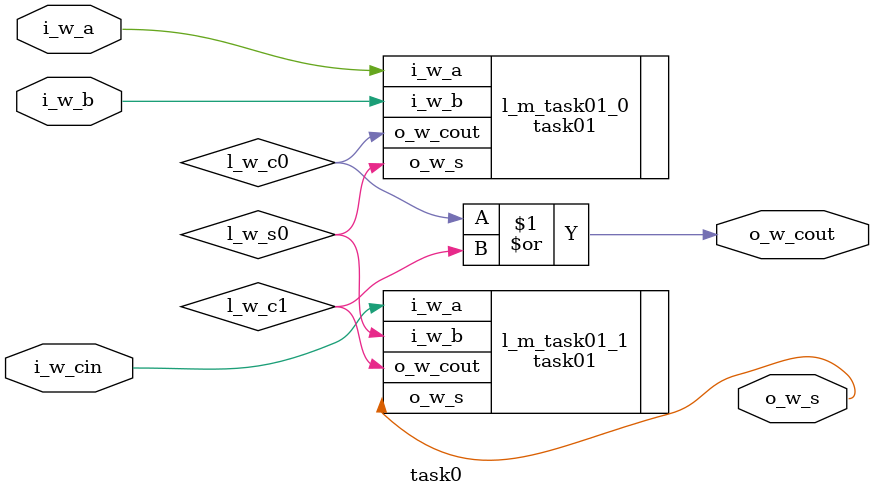
<source format=v>
module task0(
    output wire o_w_s,
    output wire o_w_cout,
    input wire i_w_a,
    input wire i_w_b,
    input wire i_w_cin
);

    //TODO 0.2: Implement full-adder using 2 half-adders
    wire l_w_c0, l_w_c1;
    wire l_w_s0;
    task01 l_m_task01_0( .o_w_s(l_w_s0), .o_w_cout(l_w_c0), .i_w_a(i_w_a), .i_w_b(i_w_b) );
    task01 l_m_task01_1( .o_w_s(o_w_s), .o_w_cout(l_w_c1), .i_w_a(i_w_cin), .i_w_b(l_w_s0) );
    or(o_w_cout, l_w_c0, l_w_c1);
endmodule
</source>
